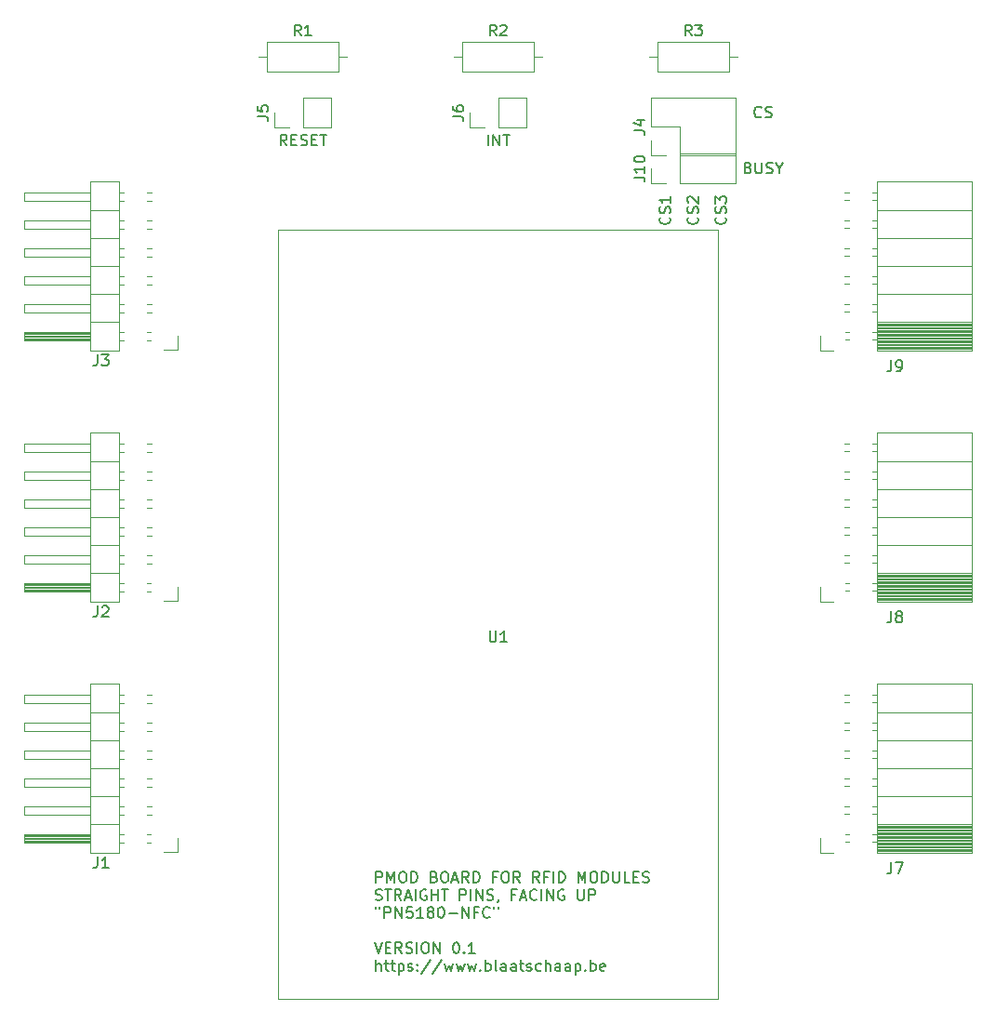
<source format=gbr>
%TF.GenerationSoftware,KiCad,Pcbnew,(6.0.1)*%
%TF.CreationDate,2022-02-11T12:09:14+01:00*%
%TF.ProjectId,pn5180_board,706e3531-3830-45f6-926f-6172642e6b69,rev?*%
%TF.SameCoordinates,Original*%
%TF.FileFunction,Legend,Top*%
%TF.FilePolarity,Positive*%
%FSLAX46Y46*%
G04 Gerber Fmt 4.6, Leading zero omitted, Abs format (unit mm)*
G04 Created by KiCad (PCBNEW (6.0.1)) date 2022-02-11 12:09:14*
%MOMM*%
%LPD*%
G01*
G04 APERTURE LIST*
%ADD10C,0.150000*%
%ADD11C,0.120000*%
G04 APERTURE END LIST*
D10*
X82885595Y-123427380D02*
X82885595Y-122427380D01*
X83266547Y-122427380D01*
X83361785Y-122475000D01*
X83409404Y-122522619D01*
X83457023Y-122617857D01*
X83457023Y-122760714D01*
X83409404Y-122855952D01*
X83361785Y-122903571D01*
X83266547Y-122951190D01*
X82885595Y-122951190D01*
X83885595Y-123427380D02*
X83885595Y-122427380D01*
X84218928Y-123141666D01*
X84552261Y-122427380D01*
X84552261Y-123427380D01*
X85218928Y-122427380D02*
X85409404Y-122427380D01*
X85504642Y-122475000D01*
X85599880Y-122570238D01*
X85647500Y-122760714D01*
X85647500Y-123094047D01*
X85599880Y-123284523D01*
X85504642Y-123379761D01*
X85409404Y-123427380D01*
X85218928Y-123427380D01*
X85123690Y-123379761D01*
X85028452Y-123284523D01*
X84980833Y-123094047D01*
X84980833Y-122760714D01*
X85028452Y-122570238D01*
X85123690Y-122475000D01*
X85218928Y-122427380D01*
X86076071Y-123427380D02*
X86076071Y-122427380D01*
X86314166Y-122427380D01*
X86457023Y-122475000D01*
X86552261Y-122570238D01*
X86599880Y-122665476D01*
X86647500Y-122855952D01*
X86647500Y-122998809D01*
X86599880Y-123189285D01*
X86552261Y-123284523D01*
X86457023Y-123379761D01*
X86314166Y-123427380D01*
X86076071Y-123427380D01*
X88171309Y-122903571D02*
X88314166Y-122951190D01*
X88361785Y-122998809D01*
X88409404Y-123094047D01*
X88409404Y-123236904D01*
X88361785Y-123332142D01*
X88314166Y-123379761D01*
X88218928Y-123427380D01*
X87837976Y-123427380D01*
X87837976Y-122427380D01*
X88171309Y-122427380D01*
X88266547Y-122475000D01*
X88314166Y-122522619D01*
X88361785Y-122617857D01*
X88361785Y-122713095D01*
X88314166Y-122808333D01*
X88266547Y-122855952D01*
X88171309Y-122903571D01*
X87837976Y-122903571D01*
X89028452Y-122427380D02*
X89218928Y-122427380D01*
X89314166Y-122475000D01*
X89409404Y-122570238D01*
X89457023Y-122760714D01*
X89457023Y-123094047D01*
X89409404Y-123284523D01*
X89314166Y-123379761D01*
X89218928Y-123427380D01*
X89028452Y-123427380D01*
X88933214Y-123379761D01*
X88837976Y-123284523D01*
X88790357Y-123094047D01*
X88790357Y-122760714D01*
X88837976Y-122570238D01*
X88933214Y-122475000D01*
X89028452Y-122427380D01*
X89837976Y-123141666D02*
X90314166Y-123141666D01*
X89742738Y-123427380D02*
X90076071Y-122427380D01*
X90409404Y-123427380D01*
X91314166Y-123427380D02*
X90980833Y-122951190D01*
X90742738Y-123427380D02*
X90742738Y-122427380D01*
X91123690Y-122427380D01*
X91218928Y-122475000D01*
X91266547Y-122522619D01*
X91314166Y-122617857D01*
X91314166Y-122760714D01*
X91266547Y-122855952D01*
X91218928Y-122903571D01*
X91123690Y-122951190D01*
X90742738Y-122951190D01*
X91742738Y-123427380D02*
X91742738Y-122427380D01*
X91980833Y-122427380D01*
X92123690Y-122475000D01*
X92218928Y-122570238D01*
X92266547Y-122665476D01*
X92314166Y-122855952D01*
X92314166Y-122998809D01*
X92266547Y-123189285D01*
X92218928Y-123284523D01*
X92123690Y-123379761D01*
X91980833Y-123427380D01*
X91742738Y-123427380D01*
X93837976Y-122903571D02*
X93504642Y-122903571D01*
X93504642Y-123427380D02*
X93504642Y-122427380D01*
X93980833Y-122427380D01*
X94552261Y-122427380D02*
X94742738Y-122427380D01*
X94837976Y-122475000D01*
X94933214Y-122570238D01*
X94980833Y-122760714D01*
X94980833Y-123094047D01*
X94933214Y-123284523D01*
X94837976Y-123379761D01*
X94742738Y-123427380D01*
X94552261Y-123427380D01*
X94457023Y-123379761D01*
X94361785Y-123284523D01*
X94314166Y-123094047D01*
X94314166Y-122760714D01*
X94361785Y-122570238D01*
X94457023Y-122475000D01*
X94552261Y-122427380D01*
X95980833Y-123427380D02*
X95647500Y-122951190D01*
X95409404Y-123427380D02*
X95409404Y-122427380D01*
X95790357Y-122427380D01*
X95885595Y-122475000D01*
X95933214Y-122522619D01*
X95980833Y-122617857D01*
X95980833Y-122760714D01*
X95933214Y-122855952D01*
X95885595Y-122903571D01*
X95790357Y-122951190D01*
X95409404Y-122951190D01*
X97742738Y-123427380D02*
X97409404Y-122951190D01*
X97171309Y-123427380D02*
X97171309Y-122427380D01*
X97552261Y-122427380D01*
X97647500Y-122475000D01*
X97695119Y-122522619D01*
X97742738Y-122617857D01*
X97742738Y-122760714D01*
X97695119Y-122855952D01*
X97647500Y-122903571D01*
X97552261Y-122951190D01*
X97171309Y-122951190D01*
X98504642Y-122903571D02*
X98171309Y-122903571D01*
X98171309Y-123427380D02*
X98171309Y-122427380D01*
X98647500Y-122427380D01*
X99028452Y-123427380D02*
X99028452Y-122427380D01*
X99504642Y-123427380D02*
X99504642Y-122427380D01*
X99742738Y-122427380D01*
X99885595Y-122475000D01*
X99980833Y-122570238D01*
X100028452Y-122665476D01*
X100076071Y-122855952D01*
X100076071Y-122998809D01*
X100028452Y-123189285D01*
X99980833Y-123284523D01*
X99885595Y-123379761D01*
X99742738Y-123427380D01*
X99504642Y-123427380D01*
X101266547Y-123427380D02*
X101266547Y-122427380D01*
X101599880Y-123141666D01*
X101933214Y-122427380D01*
X101933214Y-123427380D01*
X102599880Y-122427380D02*
X102790357Y-122427380D01*
X102885595Y-122475000D01*
X102980833Y-122570238D01*
X103028452Y-122760714D01*
X103028452Y-123094047D01*
X102980833Y-123284523D01*
X102885595Y-123379761D01*
X102790357Y-123427380D01*
X102599880Y-123427380D01*
X102504642Y-123379761D01*
X102409404Y-123284523D01*
X102361785Y-123094047D01*
X102361785Y-122760714D01*
X102409404Y-122570238D01*
X102504642Y-122475000D01*
X102599880Y-122427380D01*
X103457023Y-123427380D02*
X103457023Y-122427380D01*
X103695119Y-122427380D01*
X103837976Y-122475000D01*
X103933214Y-122570238D01*
X103980833Y-122665476D01*
X104028452Y-122855952D01*
X104028452Y-122998809D01*
X103980833Y-123189285D01*
X103933214Y-123284523D01*
X103837976Y-123379761D01*
X103695119Y-123427380D01*
X103457023Y-123427380D01*
X104457023Y-122427380D02*
X104457023Y-123236904D01*
X104504642Y-123332142D01*
X104552261Y-123379761D01*
X104647500Y-123427380D01*
X104837976Y-123427380D01*
X104933214Y-123379761D01*
X104980833Y-123332142D01*
X105028452Y-123236904D01*
X105028452Y-122427380D01*
X105980833Y-123427380D02*
X105504642Y-123427380D01*
X105504642Y-122427380D01*
X106314166Y-122903571D02*
X106647500Y-122903571D01*
X106790357Y-123427380D02*
X106314166Y-123427380D01*
X106314166Y-122427380D01*
X106790357Y-122427380D01*
X107171309Y-123379761D02*
X107314166Y-123427380D01*
X107552261Y-123427380D01*
X107647500Y-123379761D01*
X107695119Y-123332142D01*
X107742738Y-123236904D01*
X107742738Y-123141666D01*
X107695119Y-123046428D01*
X107647500Y-122998809D01*
X107552261Y-122951190D01*
X107361785Y-122903571D01*
X107266547Y-122855952D01*
X107218928Y-122808333D01*
X107171309Y-122713095D01*
X107171309Y-122617857D01*
X107218928Y-122522619D01*
X107266547Y-122475000D01*
X107361785Y-122427380D01*
X107599880Y-122427380D01*
X107742738Y-122475000D01*
X82837976Y-124989761D02*
X82980833Y-125037380D01*
X83218928Y-125037380D01*
X83314166Y-124989761D01*
X83361785Y-124942142D01*
X83409404Y-124846904D01*
X83409404Y-124751666D01*
X83361785Y-124656428D01*
X83314166Y-124608809D01*
X83218928Y-124561190D01*
X83028452Y-124513571D01*
X82933214Y-124465952D01*
X82885595Y-124418333D01*
X82837976Y-124323095D01*
X82837976Y-124227857D01*
X82885595Y-124132619D01*
X82933214Y-124085000D01*
X83028452Y-124037380D01*
X83266547Y-124037380D01*
X83409404Y-124085000D01*
X83695119Y-124037380D02*
X84266547Y-124037380D01*
X83980833Y-125037380D02*
X83980833Y-124037380D01*
X85171309Y-125037380D02*
X84837976Y-124561190D01*
X84599880Y-125037380D02*
X84599880Y-124037380D01*
X84980833Y-124037380D01*
X85076071Y-124085000D01*
X85123690Y-124132619D01*
X85171309Y-124227857D01*
X85171309Y-124370714D01*
X85123690Y-124465952D01*
X85076071Y-124513571D01*
X84980833Y-124561190D01*
X84599880Y-124561190D01*
X85552261Y-124751666D02*
X86028452Y-124751666D01*
X85457023Y-125037380D02*
X85790357Y-124037380D01*
X86123690Y-125037380D01*
X86457023Y-125037380D02*
X86457023Y-124037380D01*
X87457023Y-124085000D02*
X87361785Y-124037380D01*
X87218928Y-124037380D01*
X87076071Y-124085000D01*
X86980833Y-124180238D01*
X86933214Y-124275476D01*
X86885595Y-124465952D01*
X86885595Y-124608809D01*
X86933214Y-124799285D01*
X86980833Y-124894523D01*
X87076071Y-124989761D01*
X87218928Y-125037380D01*
X87314166Y-125037380D01*
X87457023Y-124989761D01*
X87504642Y-124942142D01*
X87504642Y-124608809D01*
X87314166Y-124608809D01*
X87933214Y-125037380D02*
X87933214Y-124037380D01*
X87933214Y-124513571D02*
X88504642Y-124513571D01*
X88504642Y-125037380D02*
X88504642Y-124037380D01*
X88837976Y-124037380D02*
X89409404Y-124037380D01*
X89123690Y-125037380D02*
X89123690Y-124037380D01*
X90504642Y-125037380D02*
X90504642Y-124037380D01*
X90885595Y-124037380D01*
X90980833Y-124085000D01*
X91028452Y-124132619D01*
X91076071Y-124227857D01*
X91076071Y-124370714D01*
X91028452Y-124465952D01*
X90980833Y-124513571D01*
X90885595Y-124561190D01*
X90504642Y-124561190D01*
X91504642Y-125037380D02*
X91504642Y-124037380D01*
X91980833Y-125037380D02*
X91980833Y-124037380D01*
X92552261Y-125037380D01*
X92552261Y-124037380D01*
X92980833Y-124989761D02*
X93123690Y-125037380D01*
X93361785Y-125037380D01*
X93457023Y-124989761D01*
X93504642Y-124942142D01*
X93552261Y-124846904D01*
X93552261Y-124751666D01*
X93504642Y-124656428D01*
X93457023Y-124608809D01*
X93361785Y-124561190D01*
X93171309Y-124513571D01*
X93076071Y-124465952D01*
X93028452Y-124418333D01*
X92980833Y-124323095D01*
X92980833Y-124227857D01*
X93028452Y-124132619D01*
X93076071Y-124085000D01*
X93171309Y-124037380D01*
X93409404Y-124037380D01*
X93552261Y-124085000D01*
X94028452Y-124989761D02*
X94028452Y-125037380D01*
X93980833Y-125132619D01*
X93933214Y-125180238D01*
X95552261Y-124513571D02*
X95218928Y-124513571D01*
X95218928Y-125037380D02*
X95218928Y-124037380D01*
X95695119Y-124037380D01*
X96028452Y-124751666D02*
X96504642Y-124751666D01*
X95933214Y-125037380D02*
X96266547Y-124037380D01*
X96599880Y-125037380D01*
X97504642Y-124942142D02*
X97457023Y-124989761D01*
X97314166Y-125037380D01*
X97218928Y-125037380D01*
X97076071Y-124989761D01*
X96980833Y-124894523D01*
X96933214Y-124799285D01*
X96885595Y-124608809D01*
X96885595Y-124465952D01*
X96933214Y-124275476D01*
X96980833Y-124180238D01*
X97076071Y-124085000D01*
X97218928Y-124037380D01*
X97314166Y-124037380D01*
X97457023Y-124085000D01*
X97504642Y-124132619D01*
X97933214Y-125037380D02*
X97933214Y-124037380D01*
X98409404Y-125037380D02*
X98409404Y-124037380D01*
X98980833Y-125037380D01*
X98980833Y-124037380D01*
X99980833Y-124085000D02*
X99885595Y-124037380D01*
X99742738Y-124037380D01*
X99599880Y-124085000D01*
X99504642Y-124180238D01*
X99457023Y-124275476D01*
X99409404Y-124465952D01*
X99409404Y-124608809D01*
X99457023Y-124799285D01*
X99504642Y-124894523D01*
X99599880Y-124989761D01*
X99742738Y-125037380D01*
X99837976Y-125037380D01*
X99980833Y-124989761D01*
X100028452Y-124942142D01*
X100028452Y-124608809D01*
X99837976Y-124608809D01*
X101218928Y-124037380D02*
X101218928Y-124846904D01*
X101266547Y-124942142D01*
X101314166Y-124989761D01*
X101409404Y-125037380D01*
X101599880Y-125037380D01*
X101695119Y-124989761D01*
X101742738Y-124942142D01*
X101790357Y-124846904D01*
X101790357Y-124037380D01*
X102266547Y-125037380D02*
X102266547Y-124037380D01*
X102647500Y-124037380D01*
X102742738Y-124085000D01*
X102790357Y-124132619D01*
X102837976Y-124227857D01*
X102837976Y-124370714D01*
X102790357Y-124465952D01*
X102742738Y-124513571D01*
X102647500Y-124561190D01*
X102266547Y-124561190D01*
X82837976Y-125647380D02*
X82837976Y-125837857D01*
X83218928Y-125647380D02*
X83218928Y-125837857D01*
X83647500Y-126647380D02*
X83647500Y-125647380D01*
X84028452Y-125647380D01*
X84123690Y-125695000D01*
X84171309Y-125742619D01*
X84218928Y-125837857D01*
X84218928Y-125980714D01*
X84171309Y-126075952D01*
X84123690Y-126123571D01*
X84028452Y-126171190D01*
X83647500Y-126171190D01*
X84647500Y-126647380D02*
X84647500Y-125647380D01*
X85218928Y-126647380D01*
X85218928Y-125647380D01*
X86171309Y-125647380D02*
X85695119Y-125647380D01*
X85647500Y-126123571D01*
X85695119Y-126075952D01*
X85790357Y-126028333D01*
X86028452Y-126028333D01*
X86123690Y-126075952D01*
X86171309Y-126123571D01*
X86218928Y-126218809D01*
X86218928Y-126456904D01*
X86171309Y-126552142D01*
X86123690Y-126599761D01*
X86028452Y-126647380D01*
X85790357Y-126647380D01*
X85695119Y-126599761D01*
X85647500Y-126552142D01*
X87171309Y-126647380D02*
X86599880Y-126647380D01*
X86885595Y-126647380D02*
X86885595Y-125647380D01*
X86790357Y-125790238D01*
X86695119Y-125885476D01*
X86599880Y-125933095D01*
X87742738Y-126075952D02*
X87647500Y-126028333D01*
X87599880Y-125980714D01*
X87552261Y-125885476D01*
X87552261Y-125837857D01*
X87599880Y-125742619D01*
X87647500Y-125695000D01*
X87742738Y-125647380D01*
X87933214Y-125647380D01*
X88028452Y-125695000D01*
X88076071Y-125742619D01*
X88123690Y-125837857D01*
X88123690Y-125885476D01*
X88076071Y-125980714D01*
X88028452Y-126028333D01*
X87933214Y-126075952D01*
X87742738Y-126075952D01*
X87647500Y-126123571D01*
X87599880Y-126171190D01*
X87552261Y-126266428D01*
X87552261Y-126456904D01*
X87599880Y-126552142D01*
X87647500Y-126599761D01*
X87742738Y-126647380D01*
X87933214Y-126647380D01*
X88028452Y-126599761D01*
X88076071Y-126552142D01*
X88123690Y-126456904D01*
X88123690Y-126266428D01*
X88076071Y-126171190D01*
X88028452Y-126123571D01*
X87933214Y-126075952D01*
X88742738Y-125647380D02*
X88837976Y-125647380D01*
X88933214Y-125695000D01*
X88980833Y-125742619D01*
X89028452Y-125837857D01*
X89076071Y-126028333D01*
X89076071Y-126266428D01*
X89028452Y-126456904D01*
X88980833Y-126552142D01*
X88933214Y-126599761D01*
X88837976Y-126647380D01*
X88742738Y-126647380D01*
X88647500Y-126599761D01*
X88599880Y-126552142D01*
X88552261Y-126456904D01*
X88504642Y-126266428D01*
X88504642Y-126028333D01*
X88552261Y-125837857D01*
X88599880Y-125742619D01*
X88647500Y-125695000D01*
X88742738Y-125647380D01*
X89504642Y-126266428D02*
X90266547Y-126266428D01*
X90742738Y-126647380D02*
X90742738Y-125647380D01*
X91314166Y-126647380D01*
X91314166Y-125647380D01*
X92123690Y-126123571D02*
X91790357Y-126123571D01*
X91790357Y-126647380D02*
X91790357Y-125647380D01*
X92266547Y-125647380D01*
X93218928Y-126552142D02*
X93171309Y-126599761D01*
X93028452Y-126647380D01*
X92933214Y-126647380D01*
X92790357Y-126599761D01*
X92695119Y-126504523D01*
X92647500Y-126409285D01*
X92599880Y-126218809D01*
X92599880Y-126075952D01*
X92647500Y-125885476D01*
X92695119Y-125790238D01*
X92790357Y-125695000D01*
X92933214Y-125647380D01*
X93028452Y-125647380D01*
X93171309Y-125695000D01*
X93218928Y-125742619D01*
X93599880Y-125647380D02*
X93599880Y-125837857D01*
X93980833Y-125647380D02*
X93980833Y-125837857D01*
X82742738Y-128867380D02*
X83076071Y-129867380D01*
X83409404Y-128867380D01*
X83742738Y-129343571D02*
X84076071Y-129343571D01*
X84218928Y-129867380D02*
X83742738Y-129867380D01*
X83742738Y-128867380D01*
X84218928Y-128867380D01*
X85218928Y-129867380D02*
X84885595Y-129391190D01*
X84647500Y-129867380D02*
X84647500Y-128867380D01*
X85028452Y-128867380D01*
X85123690Y-128915000D01*
X85171309Y-128962619D01*
X85218928Y-129057857D01*
X85218928Y-129200714D01*
X85171309Y-129295952D01*
X85123690Y-129343571D01*
X85028452Y-129391190D01*
X84647500Y-129391190D01*
X85599880Y-129819761D02*
X85742738Y-129867380D01*
X85980833Y-129867380D01*
X86076071Y-129819761D01*
X86123690Y-129772142D01*
X86171309Y-129676904D01*
X86171309Y-129581666D01*
X86123690Y-129486428D01*
X86076071Y-129438809D01*
X85980833Y-129391190D01*
X85790357Y-129343571D01*
X85695119Y-129295952D01*
X85647500Y-129248333D01*
X85599880Y-129153095D01*
X85599880Y-129057857D01*
X85647500Y-128962619D01*
X85695119Y-128915000D01*
X85790357Y-128867380D01*
X86028452Y-128867380D01*
X86171309Y-128915000D01*
X86599880Y-129867380D02*
X86599880Y-128867380D01*
X87266547Y-128867380D02*
X87457023Y-128867380D01*
X87552261Y-128915000D01*
X87647500Y-129010238D01*
X87695119Y-129200714D01*
X87695119Y-129534047D01*
X87647500Y-129724523D01*
X87552261Y-129819761D01*
X87457023Y-129867380D01*
X87266547Y-129867380D01*
X87171309Y-129819761D01*
X87076071Y-129724523D01*
X87028452Y-129534047D01*
X87028452Y-129200714D01*
X87076071Y-129010238D01*
X87171309Y-128915000D01*
X87266547Y-128867380D01*
X88123690Y-129867380D02*
X88123690Y-128867380D01*
X88695119Y-129867380D01*
X88695119Y-128867380D01*
X90123690Y-128867380D02*
X90218928Y-128867380D01*
X90314166Y-128915000D01*
X90361785Y-128962619D01*
X90409404Y-129057857D01*
X90457023Y-129248333D01*
X90457023Y-129486428D01*
X90409404Y-129676904D01*
X90361785Y-129772142D01*
X90314166Y-129819761D01*
X90218928Y-129867380D01*
X90123690Y-129867380D01*
X90028452Y-129819761D01*
X89980833Y-129772142D01*
X89933214Y-129676904D01*
X89885595Y-129486428D01*
X89885595Y-129248333D01*
X89933214Y-129057857D01*
X89980833Y-128962619D01*
X90028452Y-128915000D01*
X90123690Y-128867380D01*
X90885595Y-129772142D02*
X90933214Y-129819761D01*
X90885595Y-129867380D01*
X90837976Y-129819761D01*
X90885595Y-129772142D01*
X90885595Y-129867380D01*
X91885595Y-129867380D02*
X91314166Y-129867380D01*
X91599880Y-129867380D02*
X91599880Y-128867380D01*
X91504642Y-129010238D01*
X91409404Y-129105476D01*
X91314166Y-129153095D01*
X82885595Y-131477380D02*
X82885595Y-130477380D01*
X83314166Y-131477380D02*
X83314166Y-130953571D01*
X83266547Y-130858333D01*
X83171309Y-130810714D01*
X83028452Y-130810714D01*
X82933214Y-130858333D01*
X82885595Y-130905952D01*
X83647500Y-130810714D02*
X84028452Y-130810714D01*
X83790357Y-130477380D02*
X83790357Y-131334523D01*
X83837976Y-131429761D01*
X83933214Y-131477380D01*
X84028452Y-131477380D01*
X84218928Y-130810714D02*
X84599880Y-130810714D01*
X84361785Y-130477380D02*
X84361785Y-131334523D01*
X84409404Y-131429761D01*
X84504642Y-131477380D01*
X84599880Y-131477380D01*
X84933214Y-130810714D02*
X84933214Y-131810714D01*
X84933214Y-130858333D02*
X85028452Y-130810714D01*
X85218928Y-130810714D01*
X85314166Y-130858333D01*
X85361785Y-130905952D01*
X85409404Y-131001190D01*
X85409404Y-131286904D01*
X85361785Y-131382142D01*
X85314166Y-131429761D01*
X85218928Y-131477380D01*
X85028452Y-131477380D01*
X84933214Y-131429761D01*
X85790357Y-131429761D02*
X85885595Y-131477380D01*
X86076071Y-131477380D01*
X86171309Y-131429761D01*
X86218928Y-131334523D01*
X86218928Y-131286904D01*
X86171309Y-131191666D01*
X86076071Y-131144047D01*
X85933214Y-131144047D01*
X85837976Y-131096428D01*
X85790357Y-131001190D01*
X85790357Y-130953571D01*
X85837976Y-130858333D01*
X85933214Y-130810714D01*
X86076071Y-130810714D01*
X86171309Y-130858333D01*
X86647500Y-131382142D02*
X86695119Y-131429761D01*
X86647500Y-131477380D01*
X86599880Y-131429761D01*
X86647500Y-131382142D01*
X86647500Y-131477380D01*
X86647500Y-130858333D02*
X86695119Y-130905952D01*
X86647500Y-130953571D01*
X86599880Y-130905952D01*
X86647500Y-130858333D01*
X86647500Y-130953571D01*
X87837976Y-130429761D02*
X86980833Y-131715476D01*
X88885595Y-130429761D02*
X88028452Y-131715476D01*
X89123690Y-130810714D02*
X89314166Y-131477380D01*
X89504642Y-131001190D01*
X89695119Y-131477380D01*
X89885595Y-130810714D01*
X90171309Y-130810714D02*
X90361785Y-131477380D01*
X90552261Y-131001190D01*
X90742738Y-131477380D01*
X90933214Y-130810714D01*
X91218928Y-130810714D02*
X91409404Y-131477380D01*
X91599880Y-131001190D01*
X91790357Y-131477380D01*
X91980833Y-130810714D01*
X92361785Y-131382142D02*
X92409404Y-131429761D01*
X92361785Y-131477380D01*
X92314166Y-131429761D01*
X92361785Y-131382142D01*
X92361785Y-131477380D01*
X92837976Y-131477380D02*
X92837976Y-130477380D01*
X92837976Y-130858333D02*
X92933214Y-130810714D01*
X93123690Y-130810714D01*
X93218928Y-130858333D01*
X93266547Y-130905952D01*
X93314166Y-131001190D01*
X93314166Y-131286904D01*
X93266547Y-131382142D01*
X93218928Y-131429761D01*
X93123690Y-131477380D01*
X92933214Y-131477380D01*
X92837976Y-131429761D01*
X93885595Y-131477380D02*
X93790357Y-131429761D01*
X93742738Y-131334523D01*
X93742738Y-130477380D01*
X94695119Y-131477380D02*
X94695119Y-130953571D01*
X94647500Y-130858333D01*
X94552261Y-130810714D01*
X94361785Y-130810714D01*
X94266547Y-130858333D01*
X94695119Y-131429761D02*
X94599880Y-131477380D01*
X94361785Y-131477380D01*
X94266547Y-131429761D01*
X94218928Y-131334523D01*
X94218928Y-131239285D01*
X94266547Y-131144047D01*
X94361785Y-131096428D01*
X94599880Y-131096428D01*
X94695119Y-131048809D01*
X95599880Y-131477380D02*
X95599880Y-130953571D01*
X95552261Y-130858333D01*
X95457023Y-130810714D01*
X95266547Y-130810714D01*
X95171309Y-130858333D01*
X95599880Y-131429761D02*
X95504642Y-131477380D01*
X95266547Y-131477380D01*
X95171309Y-131429761D01*
X95123690Y-131334523D01*
X95123690Y-131239285D01*
X95171309Y-131144047D01*
X95266547Y-131096428D01*
X95504642Y-131096428D01*
X95599880Y-131048809D01*
X95933214Y-130810714D02*
X96314166Y-130810714D01*
X96076071Y-130477380D02*
X96076071Y-131334523D01*
X96123690Y-131429761D01*
X96218928Y-131477380D01*
X96314166Y-131477380D01*
X96599880Y-131429761D02*
X96695119Y-131477380D01*
X96885595Y-131477380D01*
X96980833Y-131429761D01*
X97028452Y-131334523D01*
X97028452Y-131286904D01*
X96980833Y-131191666D01*
X96885595Y-131144047D01*
X96742738Y-131144047D01*
X96647500Y-131096428D01*
X96599880Y-131001190D01*
X96599880Y-130953571D01*
X96647500Y-130858333D01*
X96742738Y-130810714D01*
X96885595Y-130810714D01*
X96980833Y-130858333D01*
X97885595Y-131429761D02*
X97790357Y-131477380D01*
X97599880Y-131477380D01*
X97504642Y-131429761D01*
X97457023Y-131382142D01*
X97409404Y-131286904D01*
X97409404Y-131001190D01*
X97457023Y-130905952D01*
X97504642Y-130858333D01*
X97599880Y-130810714D01*
X97790357Y-130810714D01*
X97885595Y-130858333D01*
X98314166Y-131477380D02*
X98314166Y-130477380D01*
X98742738Y-131477380D02*
X98742738Y-130953571D01*
X98695119Y-130858333D01*
X98599880Y-130810714D01*
X98457023Y-130810714D01*
X98361785Y-130858333D01*
X98314166Y-130905952D01*
X99647500Y-131477380D02*
X99647500Y-130953571D01*
X99599880Y-130858333D01*
X99504642Y-130810714D01*
X99314166Y-130810714D01*
X99218928Y-130858333D01*
X99647500Y-131429761D02*
X99552261Y-131477380D01*
X99314166Y-131477380D01*
X99218928Y-131429761D01*
X99171309Y-131334523D01*
X99171309Y-131239285D01*
X99218928Y-131144047D01*
X99314166Y-131096428D01*
X99552261Y-131096428D01*
X99647500Y-131048809D01*
X100552261Y-131477380D02*
X100552261Y-130953571D01*
X100504642Y-130858333D01*
X100409404Y-130810714D01*
X100218928Y-130810714D01*
X100123690Y-130858333D01*
X100552261Y-131429761D02*
X100457023Y-131477380D01*
X100218928Y-131477380D01*
X100123690Y-131429761D01*
X100076071Y-131334523D01*
X100076071Y-131239285D01*
X100123690Y-131144047D01*
X100218928Y-131096428D01*
X100457023Y-131096428D01*
X100552261Y-131048809D01*
X101028452Y-130810714D02*
X101028452Y-131810714D01*
X101028452Y-130858333D02*
X101123690Y-130810714D01*
X101314166Y-130810714D01*
X101409404Y-130858333D01*
X101457023Y-130905952D01*
X101504642Y-131001190D01*
X101504642Y-131286904D01*
X101457023Y-131382142D01*
X101409404Y-131429761D01*
X101314166Y-131477380D01*
X101123690Y-131477380D01*
X101028452Y-131429761D01*
X101933214Y-131382142D02*
X101980833Y-131429761D01*
X101933214Y-131477380D01*
X101885595Y-131429761D01*
X101933214Y-131382142D01*
X101933214Y-131477380D01*
X102409404Y-131477380D02*
X102409404Y-130477380D01*
X102409404Y-130858333D02*
X102504642Y-130810714D01*
X102695119Y-130810714D01*
X102790357Y-130858333D01*
X102837976Y-130905952D01*
X102885595Y-131001190D01*
X102885595Y-131286904D01*
X102837976Y-131382142D01*
X102790357Y-131429761D01*
X102695119Y-131477380D01*
X102504642Y-131477380D01*
X102409404Y-131429761D01*
X103695119Y-131429761D02*
X103599880Y-131477380D01*
X103409404Y-131477380D01*
X103314166Y-131429761D01*
X103266547Y-131334523D01*
X103266547Y-130953571D01*
X103314166Y-130858333D01*
X103409404Y-130810714D01*
X103599880Y-130810714D01*
X103695119Y-130858333D01*
X103742738Y-130953571D01*
X103742738Y-131048809D01*
X103266547Y-131144047D01*
X117943333Y-53697142D02*
X117895714Y-53744761D01*
X117752857Y-53792380D01*
X117657619Y-53792380D01*
X117514761Y-53744761D01*
X117419523Y-53649523D01*
X117371904Y-53554285D01*
X117324285Y-53363809D01*
X117324285Y-53220952D01*
X117371904Y-53030476D01*
X117419523Y-52935238D01*
X117514761Y-52840000D01*
X117657619Y-52792380D01*
X117752857Y-52792380D01*
X117895714Y-52840000D01*
X117943333Y-52887619D01*
X118324285Y-53744761D02*
X118467142Y-53792380D01*
X118705238Y-53792380D01*
X118800476Y-53744761D01*
X118848095Y-53697142D01*
X118895714Y-53601904D01*
X118895714Y-53506666D01*
X118848095Y-53411428D01*
X118800476Y-53363809D01*
X118705238Y-53316190D01*
X118514761Y-53268571D01*
X118419523Y-53220952D01*
X118371904Y-53173333D01*
X118324285Y-53078095D01*
X118324285Y-52982857D01*
X118371904Y-52887619D01*
X118419523Y-52840000D01*
X118514761Y-52792380D01*
X118752857Y-52792380D01*
X118895714Y-52840000D01*
X93075238Y-56332380D02*
X93075238Y-55332380D01*
X93551428Y-56332380D02*
X93551428Y-55332380D01*
X94122857Y-56332380D01*
X94122857Y-55332380D01*
X94456190Y-55332380D02*
X95027619Y-55332380D01*
X94741904Y-56332380D02*
X94741904Y-55332380D01*
X112117142Y-62872857D02*
X112164761Y-62920476D01*
X112212380Y-63063333D01*
X112212380Y-63158571D01*
X112164761Y-63301428D01*
X112069523Y-63396666D01*
X111974285Y-63444285D01*
X111783809Y-63491904D01*
X111640952Y-63491904D01*
X111450476Y-63444285D01*
X111355238Y-63396666D01*
X111260000Y-63301428D01*
X111212380Y-63158571D01*
X111212380Y-63063333D01*
X111260000Y-62920476D01*
X111307619Y-62872857D01*
X112164761Y-62491904D02*
X112212380Y-62349047D01*
X112212380Y-62110952D01*
X112164761Y-62015714D01*
X112117142Y-61968095D01*
X112021904Y-61920476D01*
X111926666Y-61920476D01*
X111831428Y-61968095D01*
X111783809Y-62015714D01*
X111736190Y-62110952D01*
X111688571Y-62301428D01*
X111640952Y-62396666D01*
X111593333Y-62444285D01*
X111498095Y-62491904D01*
X111402857Y-62491904D01*
X111307619Y-62444285D01*
X111260000Y-62396666D01*
X111212380Y-62301428D01*
X111212380Y-62063333D01*
X111260000Y-61920476D01*
X111307619Y-61539523D02*
X111260000Y-61491904D01*
X111212380Y-61396666D01*
X111212380Y-61158571D01*
X111260000Y-61063333D01*
X111307619Y-61015714D01*
X111402857Y-60968095D01*
X111498095Y-60968095D01*
X111640952Y-61015714D01*
X112212380Y-61587142D01*
X112212380Y-60968095D01*
X114657142Y-62872857D02*
X114704761Y-62920476D01*
X114752380Y-63063333D01*
X114752380Y-63158571D01*
X114704761Y-63301428D01*
X114609523Y-63396666D01*
X114514285Y-63444285D01*
X114323809Y-63491904D01*
X114180952Y-63491904D01*
X113990476Y-63444285D01*
X113895238Y-63396666D01*
X113800000Y-63301428D01*
X113752380Y-63158571D01*
X113752380Y-63063333D01*
X113800000Y-62920476D01*
X113847619Y-62872857D01*
X114704761Y-62491904D02*
X114752380Y-62349047D01*
X114752380Y-62110952D01*
X114704761Y-62015714D01*
X114657142Y-61968095D01*
X114561904Y-61920476D01*
X114466666Y-61920476D01*
X114371428Y-61968095D01*
X114323809Y-62015714D01*
X114276190Y-62110952D01*
X114228571Y-62301428D01*
X114180952Y-62396666D01*
X114133333Y-62444285D01*
X114038095Y-62491904D01*
X113942857Y-62491904D01*
X113847619Y-62444285D01*
X113800000Y-62396666D01*
X113752380Y-62301428D01*
X113752380Y-62063333D01*
X113800000Y-61920476D01*
X113752380Y-61587142D02*
X113752380Y-60968095D01*
X114133333Y-61301428D01*
X114133333Y-61158571D01*
X114180952Y-61063333D01*
X114228571Y-61015714D01*
X114323809Y-60968095D01*
X114561904Y-60968095D01*
X114657142Y-61015714D01*
X114704761Y-61063333D01*
X114752380Y-61158571D01*
X114752380Y-61444285D01*
X114704761Y-61539523D01*
X114657142Y-61587142D01*
X116752857Y-58348571D02*
X116895714Y-58396190D01*
X116943333Y-58443809D01*
X116990952Y-58539047D01*
X116990952Y-58681904D01*
X116943333Y-58777142D01*
X116895714Y-58824761D01*
X116800476Y-58872380D01*
X116419523Y-58872380D01*
X116419523Y-57872380D01*
X116752857Y-57872380D01*
X116848095Y-57920000D01*
X116895714Y-57967619D01*
X116943333Y-58062857D01*
X116943333Y-58158095D01*
X116895714Y-58253333D01*
X116848095Y-58300952D01*
X116752857Y-58348571D01*
X116419523Y-58348571D01*
X117419523Y-57872380D02*
X117419523Y-58681904D01*
X117467142Y-58777142D01*
X117514761Y-58824761D01*
X117610000Y-58872380D01*
X117800476Y-58872380D01*
X117895714Y-58824761D01*
X117943333Y-58777142D01*
X117990952Y-58681904D01*
X117990952Y-57872380D01*
X118419523Y-58824761D02*
X118562380Y-58872380D01*
X118800476Y-58872380D01*
X118895714Y-58824761D01*
X118943333Y-58777142D01*
X118990952Y-58681904D01*
X118990952Y-58586666D01*
X118943333Y-58491428D01*
X118895714Y-58443809D01*
X118800476Y-58396190D01*
X118610000Y-58348571D01*
X118514761Y-58300952D01*
X118467142Y-58253333D01*
X118419523Y-58158095D01*
X118419523Y-58062857D01*
X118467142Y-57967619D01*
X118514761Y-57920000D01*
X118610000Y-57872380D01*
X118848095Y-57872380D01*
X118990952Y-57920000D01*
X119610000Y-58396190D02*
X119610000Y-58872380D01*
X119276666Y-57872380D02*
X119610000Y-58396190D01*
X119943333Y-57872380D01*
X109577142Y-62872857D02*
X109624761Y-62920476D01*
X109672380Y-63063333D01*
X109672380Y-63158571D01*
X109624761Y-63301428D01*
X109529523Y-63396666D01*
X109434285Y-63444285D01*
X109243809Y-63491904D01*
X109100952Y-63491904D01*
X108910476Y-63444285D01*
X108815238Y-63396666D01*
X108720000Y-63301428D01*
X108672380Y-63158571D01*
X108672380Y-63063333D01*
X108720000Y-62920476D01*
X108767619Y-62872857D01*
X109624761Y-62491904D02*
X109672380Y-62349047D01*
X109672380Y-62110952D01*
X109624761Y-62015714D01*
X109577142Y-61968095D01*
X109481904Y-61920476D01*
X109386666Y-61920476D01*
X109291428Y-61968095D01*
X109243809Y-62015714D01*
X109196190Y-62110952D01*
X109148571Y-62301428D01*
X109100952Y-62396666D01*
X109053333Y-62444285D01*
X108958095Y-62491904D01*
X108862857Y-62491904D01*
X108767619Y-62444285D01*
X108720000Y-62396666D01*
X108672380Y-62301428D01*
X108672380Y-62063333D01*
X108720000Y-61920476D01*
X109672380Y-60968095D02*
X109672380Y-61539523D01*
X109672380Y-61253809D02*
X108672380Y-61253809D01*
X108815238Y-61349047D01*
X108910476Y-61444285D01*
X108958095Y-61539523D01*
X74747619Y-56332380D02*
X74414285Y-55856190D01*
X74176190Y-56332380D02*
X74176190Y-55332380D01*
X74557142Y-55332380D01*
X74652380Y-55380000D01*
X74700000Y-55427619D01*
X74747619Y-55522857D01*
X74747619Y-55665714D01*
X74700000Y-55760952D01*
X74652380Y-55808571D01*
X74557142Y-55856190D01*
X74176190Y-55856190D01*
X75176190Y-55808571D02*
X75509523Y-55808571D01*
X75652380Y-56332380D02*
X75176190Y-56332380D01*
X75176190Y-55332380D01*
X75652380Y-55332380D01*
X76033333Y-56284761D02*
X76176190Y-56332380D01*
X76414285Y-56332380D01*
X76509523Y-56284761D01*
X76557142Y-56237142D01*
X76604761Y-56141904D01*
X76604761Y-56046666D01*
X76557142Y-55951428D01*
X76509523Y-55903809D01*
X76414285Y-55856190D01*
X76223809Y-55808571D01*
X76128571Y-55760952D01*
X76080952Y-55713333D01*
X76033333Y-55618095D01*
X76033333Y-55522857D01*
X76080952Y-55427619D01*
X76128571Y-55380000D01*
X76223809Y-55332380D01*
X76461904Y-55332380D01*
X76604761Y-55380000D01*
X77033333Y-55808571D02*
X77366666Y-55808571D01*
X77509523Y-56332380D02*
X77033333Y-56332380D01*
X77033333Y-55332380D01*
X77509523Y-55332380D01*
X77795238Y-55332380D02*
X78366666Y-55332380D01*
X78080952Y-56332380D02*
X78080952Y-55332380D01*
%TO.C,J1*%
X57511666Y-121102380D02*
X57511666Y-121816666D01*
X57464047Y-121959523D01*
X57368809Y-122054761D01*
X57225952Y-122102380D01*
X57130714Y-122102380D01*
X58511666Y-122102380D02*
X57940238Y-122102380D01*
X58225952Y-122102380D02*
X58225952Y-121102380D01*
X58130714Y-121245238D01*
X58035476Y-121340476D01*
X57940238Y-121388095D01*
%TO.C,J2*%
X57511666Y-98242380D02*
X57511666Y-98956666D01*
X57464047Y-99099523D01*
X57368809Y-99194761D01*
X57225952Y-99242380D01*
X57130714Y-99242380D01*
X57940238Y-98337619D02*
X57987857Y-98290000D01*
X58083095Y-98242380D01*
X58321190Y-98242380D01*
X58416428Y-98290000D01*
X58464047Y-98337619D01*
X58511666Y-98432857D01*
X58511666Y-98528095D01*
X58464047Y-98670952D01*
X57892619Y-99242380D01*
X58511666Y-99242380D01*
%TO.C,J3*%
X57511666Y-75382380D02*
X57511666Y-76096666D01*
X57464047Y-76239523D01*
X57368809Y-76334761D01*
X57225952Y-76382380D01*
X57130714Y-76382380D01*
X57892619Y-75382380D02*
X58511666Y-75382380D01*
X58178333Y-75763333D01*
X58321190Y-75763333D01*
X58416428Y-75810952D01*
X58464047Y-75858571D01*
X58511666Y-75953809D01*
X58511666Y-76191904D01*
X58464047Y-76287142D01*
X58416428Y-76334761D01*
X58321190Y-76382380D01*
X58035476Y-76382380D01*
X57940238Y-76334761D01*
X57892619Y-76287142D01*
%TO.C,J7*%
X129776666Y-121602380D02*
X129776666Y-122316666D01*
X129729047Y-122459523D01*
X129633809Y-122554761D01*
X129490952Y-122602380D01*
X129395714Y-122602380D01*
X130157619Y-121602380D02*
X130824285Y-121602380D01*
X130395714Y-122602380D01*
%TO.C,J8*%
X129776666Y-98742380D02*
X129776666Y-99456666D01*
X129729047Y-99599523D01*
X129633809Y-99694761D01*
X129490952Y-99742380D01*
X129395714Y-99742380D01*
X130395714Y-99170952D02*
X130300476Y-99123333D01*
X130252857Y-99075714D01*
X130205238Y-98980476D01*
X130205238Y-98932857D01*
X130252857Y-98837619D01*
X130300476Y-98790000D01*
X130395714Y-98742380D01*
X130586190Y-98742380D01*
X130681428Y-98790000D01*
X130729047Y-98837619D01*
X130776666Y-98932857D01*
X130776666Y-98980476D01*
X130729047Y-99075714D01*
X130681428Y-99123333D01*
X130586190Y-99170952D01*
X130395714Y-99170952D01*
X130300476Y-99218571D01*
X130252857Y-99266190D01*
X130205238Y-99361428D01*
X130205238Y-99551904D01*
X130252857Y-99647142D01*
X130300476Y-99694761D01*
X130395714Y-99742380D01*
X130586190Y-99742380D01*
X130681428Y-99694761D01*
X130729047Y-99647142D01*
X130776666Y-99551904D01*
X130776666Y-99361428D01*
X130729047Y-99266190D01*
X130681428Y-99218571D01*
X130586190Y-99170952D01*
%TO.C,J9*%
X129776666Y-75882380D02*
X129776666Y-76596666D01*
X129729047Y-76739523D01*
X129633809Y-76834761D01*
X129490952Y-76882380D01*
X129395714Y-76882380D01*
X130300476Y-76882380D02*
X130490952Y-76882380D01*
X130586190Y-76834761D01*
X130633809Y-76787142D01*
X130729047Y-76644285D01*
X130776666Y-76453809D01*
X130776666Y-76072857D01*
X130729047Y-75977619D01*
X130681428Y-75930000D01*
X130586190Y-75882380D01*
X130395714Y-75882380D01*
X130300476Y-75930000D01*
X130252857Y-75977619D01*
X130205238Y-76072857D01*
X130205238Y-76310952D01*
X130252857Y-76406190D01*
X130300476Y-76453809D01*
X130395714Y-76501428D01*
X130586190Y-76501428D01*
X130681428Y-76453809D01*
X130729047Y-76406190D01*
X130776666Y-76310952D01*
%TO.C,R2*%
X93813333Y-46342380D02*
X93480000Y-45866190D01*
X93241904Y-46342380D02*
X93241904Y-45342380D01*
X93622857Y-45342380D01*
X93718095Y-45390000D01*
X93765714Y-45437619D01*
X93813333Y-45532857D01*
X93813333Y-45675714D01*
X93765714Y-45770952D01*
X93718095Y-45818571D01*
X93622857Y-45866190D01*
X93241904Y-45866190D01*
X94194285Y-45437619D02*
X94241904Y-45390000D01*
X94337142Y-45342380D01*
X94575238Y-45342380D01*
X94670476Y-45390000D01*
X94718095Y-45437619D01*
X94765714Y-45532857D01*
X94765714Y-45628095D01*
X94718095Y-45770952D01*
X94146666Y-46342380D01*
X94765714Y-46342380D01*
%TO.C,R1*%
X76033333Y-46342380D02*
X75700000Y-45866190D01*
X75461904Y-46342380D02*
X75461904Y-45342380D01*
X75842857Y-45342380D01*
X75938095Y-45390000D01*
X75985714Y-45437619D01*
X76033333Y-45532857D01*
X76033333Y-45675714D01*
X75985714Y-45770952D01*
X75938095Y-45818571D01*
X75842857Y-45866190D01*
X75461904Y-45866190D01*
X76985714Y-46342380D02*
X76414285Y-46342380D01*
X76700000Y-46342380D02*
X76700000Y-45342380D01*
X76604761Y-45485238D01*
X76509523Y-45580476D01*
X76414285Y-45628095D01*
%TO.C,R3*%
X111593333Y-46342380D02*
X111260000Y-45866190D01*
X111021904Y-46342380D02*
X111021904Y-45342380D01*
X111402857Y-45342380D01*
X111498095Y-45390000D01*
X111545714Y-45437619D01*
X111593333Y-45532857D01*
X111593333Y-45675714D01*
X111545714Y-45770952D01*
X111498095Y-45818571D01*
X111402857Y-45866190D01*
X111021904Y-45866190D01*
X111926666Y-45342380D02*
X112545714Y-45342380D01*
X112212380Y-45723333D01*
X112355238Y-45723333D01*
X112450476Y-45770952D01*
X112498095Y-45818571D01*
X112545714Y-45913809D01*
X112545714Y-46151904D01*
X112498095Y-46247142D01*
X112450476Y-46294761D01*
X112355238Y-46342380D01*
X112069523Y-46342380D01*
X111974285Y-46294761D01*
X111926666Y-46247142D01*
%TO.C,U1*%
X93218095Y-100512380D02*
X93218095Y-101321904D01*
X93265714Y-101417142D01*
X93313333Y-101464761D01*
X93408571Y-101512380D01*
X93599047Y-101512380D01*
X93694285Y-101464761D01*
X93741904Y-101417142D01*
X93789523Y-101321904D01*
X93789523Y-100512380D01*
X94789523Y-101512380D02*
X94218095Y-101512380D01*
X94503809Y-101512380D02*
X94503809Y-100512380D01*
X94408571Y-100655238D01*
X94313333Y-100750476D01*
X94218095Y-100798095D01*
%TO.C,J6*%
X89832380Y-53673333D02*
X90546666Y-53673333D01*
X90689523Y-53720952D01*
X90784761Y-53816190D01*
X90832380Y-53959047D01*
X90832380Y-54054285D01*
X89832380Y-52768571D02*
X89832380Y-52959047D01*
X89880000Y-53054285D01*
X89927619Y-53101904D01*
X90070476Y-53197142D01*
X90260952Y-53244761D01*
X90641904Y-53244761D01*
X90737142Y-53197142D01*
X90784761Y-53149523D01*
X90832380Y-53054285D01*
X90832380Y-52863809D01*
X90784761Y-52768571D01*
X90737142Y-52720952D01*
X90641904Y-52673333D01*
X90403809Y-52673333D01*
X90308571Y-52720952D01*
X90260952Y-52768571D01*
X90213333Y-52863809D01*
X90213333Y-53054285D01*
X90260952Y-53149523D01*
X90308571Y-53197142D01*
X90403809Y-53244761D01*
%TO.C,J4*%
X106342380Y-54943333D02*
X107056666Y-54943333D01*
X107199523Y-54990952D01*
X107294761Y-55086190D01*
X107342380Y-55229047D01*
X107342380Y-55324285D01*
X106675714Y-54038571D02*
X107342380Y-54038571D01*
X106294761Y-54276666D02*
X107009047Y-54514761D01*
X107009047Y-53895714D01*
%TO.C,J10*%
X106342380Y-59229523D02*
X107056666Y-59229523D01*
X107199523Y-59277142D01*
X107294761Y-59372380D01*
X107342380Y-59515238D01*
X107342380Y-59610476D01*
X107342380Y-58229523D02*
X107342380Y-58800952D01*
X107342380Y-58515238D02*
X106342380Y-58515238D01*
X106485238Y-58610476D01*
X106580476Y-58705714D01*
X106628095Y-58800952D01*
X106342380Y-57610476D02*
X106342380Y-57515238D01*
X106390000Y-57420000D01*
X106437619Y-57372380D01*
X106532857Y-57324761D01*
X106723333Y-57277142D01*
X106961428Y-57277142D01*
X107151904Y-57324761D01*
X107247142Y-57372380D01*
X107294761Y-57420000D01*
X107342380Y-57515238D01*
X107342380Y-57610476D01*
X107294761Y-57705714D01*
X107247142Y-57753333D01*
X107151904Y-57800952D01*
X106961428Y-57848571D01*
X106723333Y-57848571D01*
X106532857Y-57800952D01*
X106437619Y-57753333D01*
X106390000Y-57705714D01*
X106342380Y-57610476D01*
%TO.C,J5*%
X72052380Y-53673333D02*
X72766666Y-53673333D01*
X72909523Y-53720952D01*
X73004761Y-53816190D01*
X73052380Y-53959047D01*
X73052380Y-54054285D01*
X72052380Y-52720952D02*
X72052380Y-53197142D01*
X72528571Y-53244761D01*
X72480952Y-53197142D01*
X72433333Y-53101904D01*
X72433333Y-52863809D01*
X72480952Y-52768571D01*
X72528571Y-52720952D01*
X72623809Y-52673333D01*
X72861904Y-52673333D01*
X72957142Y-52720952D01*
X73004761Y-52768571D01*
X73052380Y-52863809D01*
X73052380Y-53101904D01*
X73004761Y-53197142D01*
X72957142Y-53244761D01*
D11*
%TO.C,J1*%
X56860000Y-112140000D02*
X50860000Y-112140000D01*
X50860000Y-107060000D02*
X50860000Y-106300000D01*
X50860000Y-108840000D02*
X56860000Y-108840000D01*
X56860000Y-119340000D02*
X50860000Y-119340000D01*
X62457071Y-114680000D02*
X62002929Y-114680000D01*
X62457071Y-107060000D02*
X62002929Y-107060000D01*
X59917071Y-119760000D02*
X59520000Y-119760000D01*
X50860000Y-113920000D02*
X56860000Y-113920000D01*
X59917071Y-116460000D02*
X59520000Y-116460000D01*
X56860000Y-120710000D02*
X59520000Y-120710000D01*
X59917071Y-109600000D02*
X59520000Y-109600000D01*
X50860000Y-111380000D02*
X56860000Y-111380000D01*
X56860000Y-117220000D02*
X50860000Y-117220000D01*
X64770000Y-119380000D02*
X64770000Y-120650000D01*
X50860000Y-112140000D02*
X50860000Y-111380000D01*
X56860000Y-119460000D02*
X50860000Y-119460000D01*
X59520000Y-115570000D02*
X56860000Y-115570000D01*
X59520000Y-118110000D02*
X56860000Y-118110000D01*
X59917071Y-114680000D02*
X59520000Y-114680000D01*
X56860000Y-114680000D02*
X50860000Y-114680000D01*
X56860000Y-107060000D02*
X50860000Y-107060000D01*
X59520000Y-105350000D02*
X56860000Y-105350000D01*
X50860000Y-119000000D02*
X56860000Y-119000000D01*
X62457071Y-113920000D02*
X62002929Y-113920000D01*
X62457071Y-108840000D02*
X62002929Y-108840000D01*
X50860000Y-114680000D02*
X50860000Y-113920000D01*
X59917071Y-117220000D02*
X59520000Y-117220000D01*
X62457071Y-117220000D02*
X62002929Y-117220000D01*
X62457071Y-112140000D02*
X62002929Y-112140000D01*
X59917071Y-107060000D02*
X59520000Y-107060000D01*
X59917071Y-106300000D02*
X59520000Y-106300000D01*
X62457071Y-106300000D02*
X62002929Y-106300000D01*
X56860000Y-119760000D02*
X50860000Y-119760000D01*
X59917071Y-119000000D02*
X59520000Y-119000000D01*
X56860000Y-119580000D02*
X50860000Y-119580000D01*
X62390000Y-119000000D02*
X62002929Y-119000000D01*
X50860000Y-117220000D02*
X50860000Y-116460000D01*
X56860000Y-119220000D02*
X50860000Y-119220000D01*
X56860000Y-109600000D02*
X50860000Y-109600000D01*
X59520000Y-110490000D02*
X56860000Y-110490000D01*
X62457071Y-109600000D02*
X62002929Y-109600000D01*
X59520000Y-120710000D02*
X59520000Y-105350000D01*
X59917071Y-108840000D02*
X59520000Y-108840000D01*
X56860000Y-105350000D02*
X56860000Y-120710000D01*
X59520000Y-113030000D02*
X56860000Y-113030000D01*
X62457071Y-111380000D02*
X62002929Y-111380000D01*
X59520000Y-107950000D02*
X56860000Y-107950000D01*
X59917071Y-113920000D02*
X59520000Y-113920000D01*
X64770000Y-120650000D02*
X63500000Y-120650000D01*
X56860000Y-119700000D02*
X50860000Y-119700000D01*
X50860000Y-119760000D02*
X50860000Y-119000000D01*
X62457071Y-116460000D02*
X62002929Y-116460000D01*
X59917071Y-111380000D02*
X59520000Y-111380000D01*
X62390000Y-119760000D02*
X62002929Y-119760000D01*
X50860000Y-116460000D02*
X56860000Y-116460000D01*
X59917071Y-112140000D02*
X59520000Y-112140000D01*
X56860000Y-119100000D02*
X50860000Y-119100000D01*
X50860000Y-106300000D02*
X56860000Y-106300000D01*
X50860000Y-109600000D02*
X50860000Y-108840000D01*
%TO.C,J2*%
X56860000Y-96360000D02*
X50860000Y-96360000D01*
X62457071Y-93600000D02*
X62002929Y-93600000D01*
X59917071Y-96900000D02*
X59520000Y-96900000D01*
X59917071Y-89280000D02*
X59520000Y-89280000D01*
X62457071Y-91060000D02*
X62002929Y-91060000D01*
X62457071Y-85980000D02*
X62002929Y-85980000D01*
X64770000Y-96520000D02*
X64770000Y-97790000D01*
X56860000Y-89280000D02*
X50860000Y-89280000D01*
X56860000Y-84200000D02*
X50860000Y-84200000D01*
X62390000Y-96900000D02*
X62002929Y-96900000D01*
X59520000Y-92710000D02*
X56860000Y-92710000D01*
X50860000Y-85980000D02*
X56860000Y-85980000D01*
X56860000Y-96900000D02*
X50860000Y-96900000D01*
X50860000Y-93600000D02*
X56860000Y-93600000D01*
X50860000Y-89280000D02*
X50860000Y-88520000D01*
X56860000Y-96720000D02*
X50860000Y-96720000D01*
X50860000Y-88520000D02*
X56860000Y-88520000D01*
X62390000Y-96140000D02*
X62002929Y-96140000D01*
X56860000Y-96240000D02*
X50860000Y-96240000D01*
X56860000Y-86740000D02*
X50860000Y-86740000D01*
X59917071Y-91820000D02*
X59520000Y-91820000D01*
X56860000Y-91820000D02*
X50860000Y-91820000D01*
X59917071Y-86740000D02*
X59520000Y-86740000D01*
X59917071Y-94360000D02*
X59520000Y-94360000D01*
X59917071Y-84200000D02*
X59520000Y-84200000D01*
X56860000Y-94360000D02*
X50860000Y-94360000D01*
X59520000Y-90170000D02*
X56860000Y-90170000D01*
X50860000Y-91820000D02*
X50860000Y-91060000D01*
X50860000Y-84200000D02*
X50860000Y-83440000D01*
X56860000Y-96600000D02*
X50860000Y-96600000D01*
X62457071Y-84200000D02*
X62002929Y-84200000D01*
X59917071Y-85980000D02*
X59520000Y-85980000D01*
X50860000Y-94360000D02*
X50860000Y-93600000D01*
X59520000Y-97850000D02*
X59520000Y-82490000D01*
X56860000Y-96840000D02*
X50860000Y-96840000D01*
X59520000Y-87630000D02*
X56860000Y-87630000D01*
X50860000Y-91060000D02*
X56860000Y-91060000D01*
X62457071Y-86740000D02*
X62002929Y-86740000D01*
X59917071Y-83440000D02*
X59520000Y-83440000D01*
X62457071Y-88520000D02*
X62002929Y-88520000D01*
X64770000Y-97790000D02*
X63500000Y-97790000D01*
X62457071Y-91820000D02*
X62002929Y-91820000D01*
X59520000Y-95250000D02*
X56860000Y-95250000D01*
X50860000Y-86740000D02*
X50860000Y-85980000D01*
X50860000Y-96900000D02*
X50860000Y-96140000D01*
X62457071Y-89280000D02*
X62002929Y-89280000D01*
X56860000Y-96480000D02*
X50860000Y-96480000D01*
X56860000Y-97850000D02*
X59520000Y-97850000D01*
X59917071Y-93600000D02*
X59520000Y-93600000D01*
X59917071Y-88520000D02*
X59520000Y-88520000D01*
X50860000Y-83440000D02*
X56860000Y-83440000D01*
X59917071Y-91060000D02*
X59520000Y-91060000D01*
X59520000Y-82490000D02*
X56860000Y-82490000D01*
X62457071Y-83440000D02*
X62002929Y-83440000D01*
X56860000Y-82490000D02*
X56860000Y-97850000D01*
X59520000Y-85090000D02*
X56860000Y-85090000D01*
X62457071Y-94360000D02*
X62002929Y-94360000D01*
X59917071Y-96140000D02*
X59520000Y-96140000D01*
X50860000Y-96140000D02*
X56860000Y-96140000D01*
%TO.C,J3*%
X59917071Y-61340000D02*
X59520000Y-61340000D01*
X56860000Y-73740000D02*
X50860000Y-73740000D01*
X62457071Y-68200000D02*
X62002929Y-68200000D01*
X56860000Y-61340000D02*
X50860000Y-61340000D01*
X62457071Y-63880000D02*
X62002929Y-63880000D01*
X59917071Y-63880000D02*
X59520000Y-63880000D01*
X50860000Y-71500000D02*
X50860000Y-70740000D01*
X56860000Y-74040000D02*
X50860000Y-74040000D01*
X62457071Y-71500000D02*
X62002929Y-71500000D01*
X56860000Y-73860000D02*
X50860000Y-73860000D01*
X50860000Y-66420000D02*
X50860000Y-65660000D01*
X50860000Y-63120000D02*
X56860000Y-63120000D01*
X56860000Y-73620000D02*
X50860000Y-73620000D01*
X56860000Y-73380000D02*
X50860000Y-73380000D01*
X62457071Y-61340000D02*
X62002929Y-61340000D01*
X50860000Y-70740000D02*
X56860000Y-70740000D01*
X59520000Y-64770000D02*
X56860000Y-64770000D01*
X56860000Y-63880000D02*
X50860000Y-63880000D01*
X64770000Y-73660000D02*
X64770000Y-74930000D01*
X62457071Y-68960000D02*
X62002929Y-68960000D01*
X50860000Y-65660000D02*
X56860000Y-65660000D01*
X59520000Y-62230000D02*
X56860000Y-62230000D01*
X62457071Y-63120000D02*
X62002929Y-63120000D01*
X50860000Y-60580000D02*
X56860000Y-60580000D01*
X59917071Y-65660000D02*
X59520000Y-65660000D01*
X59917071Y-68200000D02*
X59520000Y-68200000D01*
X59917071Y-70740000D02*
X59520000Y-70740000D01*
X50860000Y-68960000D02*
X50860000Y-68200000D01*
X59520000Y-67310000D02*
X56860000Y-67310000D01*
X50860000Y-74040000D02*
X50860000Y-73280000D01*
X59520000Y-59630000D02*
X56860000Y-59630000D01*
X62390000Y-73280000D02*
X62002929Y-73280000D01*
X59917071Y-71500000D02*
X59520000Y-71500000D01*
X59917071Y-60580000D02*
X59520000Y-60580000D01*
X59917071Y-73280000D02*
X59520000Y-73280000D01*
X59917071Y-68960000D02*
X59520000Y-68960000D01*
X50860000Y-68200000D02*
X56860000Y-68200000D01*
X62390000Y-74040000D02*
X62002929Y-74040000D01*
X62457071Y-70740000D02*
X62002929Y-70740000D01*
X62457071Y-66420000D02*
X62002929Y-66420000D01*
X59520000Y-72390000D02*
X56860000Y-72390000D01*
X56860000Y-68960000D02*
X50860000Y-68960000D01*
X56860000Y-59630000D02*
X56860000Y-74990000D01*
X64770000Y-74930000D02*
X63500000Y-74930000D01*
X50860000Y-63880000D02*
X50860000Y-63120000D01*
X56860000Y-73500000D02*
X50860000Y-73500000D01*
X59520000Y-69850000D02*
X56860000Y-69850000D01*
X59917071Y-66420000D02*
X59520000Y-66420000D01*
X59917071Y-74040000D02*
X59520000Y-74040000D01*
X62457071Y-65660000D02*
X62002929Y-65660000D01*
X59520000Y-74990000D02*
X59520000Y-59630000D01*
X56860000Y-73980000D02*
X50860000Y-73980000D01*
X59917071Y-63120000D02*
X59520000Y-63120000D01*
X50860000Y-61340000D02*
X50860000Y-60580000D01*
X56860000Y-71500000D02*
X50860000Y-71500000D01*
X56860000Y-66420000D02*
X50860000Y-66420000D01*
X56860000Y-74990000D02*
X59520000Y-74990000D01*
X62457071Y-60580000D02*
X62002929Y-60580000D01*
X50860000Y-73280000D02*
X56860000Y-73280000D01*
%TO.C,J7*%
X128460000Y-114660000D02*
X128050000Y-114660000D01*
X128460000Y-120710000D02*
X128460000Y-105350000D01*
X125950000Y-119020000D02*
X125570000Y-119020000D01*
X125950000Y-112120000D02*
X125510000Y-112120000D01*
X137090000Y-120117620D02*
X128460000Y-120117620D01*
X128460000Y-117200000D02*
X128050000Y-117200000D01*
X137090000Y-119763335D02*
X128460000Y-119763335D01*
X137090000Y-119290955D02*
X128460000Y-119290955D01*
X137090000Y-119172860D02*
X128460000Y-119172860D01*
X137090000Y-120590000D02*
X128460000Y-120590000D01*
X125950000Y-113940000D02*
X125510000Y-113940000D01*
X137090000Y-118936670D02*
X128460000Y-118936670D01*
X125950000Y-107040000D02*
X125510000Y-107040000D01*
X137090000Y-119999525D02*
X128460000Y-119999525D01*
X123350000Y-120710000D02*
X123350000Y-119380000D01*
X137090000Y-119527145D02*
X128460000Y-119527145D01*
X128460000Y-113940000D02*
X128050000Y-113940000D01*
X137090000Y-119054765D02*
X128460000Y-119054765D01*
X125950000Y-111400000D02*
X125510000Y-111400000D01*
X137090000Y-120710000D02*
X128460000Y-120710000D01*
X125950000Y-114660000D02*
X125510000Y-114660000D01*
X137090000Y-115570000D02*
X128460000Y-115570000D01*
X137090000Y-119645240D02*
X128460000Y-119645240D01*
X137090000Y-120353810D02*
X128460000Y-120353810D01*
X137090000Y-118464290D02*
X128460000Y-118464290D01*
X128460000Y-106320000D02*
X128050000Y-106320000D01*
X124460000Y-120710000D02*
X123350000Y-120710000D01*
X137090000Y-120710000D02*
X137090000Y-105350000D01*
X125950000Y-119740000D02*
X125570000Y-119740000D01*
X137090000Y-118818575D02*
X128460000Y-118818575D01*
X128460000Y-108860000D02*
X128050000Y-108860000D01*
X137090000Y-118700480D02*
X128460000Y-118700480D01*
X128460000Y-119020000D02*
X128050000Y-119020000D01*
X128460000Y-112120000D02*
X128050000Y-112120000D01*
X128460000Y-107040000D02*
X128050000Y-107040000D01*
X128460000Y-119740000D02*
X128050000Y-119740000D01*
X128460000Y-116480000D02*
X128050000Y-116480000D01*
X137090000Y-120235715D02*
X128460000Y-120235715D01*
X128460000Y-111400000D02*
X128050000Y-111400000D01*
X125950000Y-106320000D02*
X125510000Y-106320000D01*
X137090000Y-118110000D02*
X128460000Y-118110000D01*
X137090000Y-118228100D02*
X128460000Y-118228100D01*
X125950000Y-117200000D02*
X125510000Y-117200000D01*
X137090000Y-113030000D02*
X128460000Y-113030000D01*
X128460000Y-109580000D02*
X128050000Y-109580000D01*
X137090000Y-118346195D02*
X128460000Y-118346195D01*
X137090000Y-110490000D02*
X128460000Y-110490000D01*
X137090000Y-105350000D02*
X128460000Y-105350000D01*
X125950000Y-108860000D02*
X125510000Y-108860000D01*
X137090000Y-118582385D02*
X128460000Y-118582385D01*
X137090000Y-119881430D02*
X128460000Y-119881430D01*
X137090000Y-107950000D02*
X128460000Y-107950000D01*
X125950000Y-109580000D02*
X125510000Y-109580000D01*
X137090000Y-120471905D02*
X128460000Y-120471905D01*
X125950000Y-116480000D02*
X125510000Y-116480000D01*
X137090000Y-119409050D02*
X128460000Y-119409050D01*
%TO.C,J8*%
X137090000Y-96785240D02*
X128460000Y-96785240D01*
X137090000Y-96076670D02*
X128460000Y-96076670D01*
X137090000Y-85090000D02*
X128460000Y-85090000D01*
X123350000Y-97850000D02*
X123350000Y-96520000D01*
X137090000Y-96903335D02*
X128460000Y-96903335D01*
X137090000Y-96667145D02*
X128460000Y-96667145D01*
X124460000Y-97850000D02*
X123350000Y-97850000D01*
X137090000Y-96430955D02*
X128460000Y-96430955D01*
X137090000Y-96194765D02*
X128460000Y-96194765D01*
X128460000Y-97850000D02*
X128460000Y-82490000D01*
X125950000Y-89260000D02*
X125510000Y-89260000D01*
X128460000Y-91800000D02*
X128050000Y-91800000D01*
X128460000Y-86720000D02*
X128050000Y-86720000D01*
X125950000Y-91080000D02*
X125510000Y-91080000D01*
X137090000Y-92710000D02*
X128460000Y-92710000D01*
X125950000Y-83460000D02*
X125510000Y-83460000D01*
X137090000Y-87630000D02*
X128460000Y-87630000D01*
X128460000Y-91080000D02*
X128050000Y-91080000D01*
X137090000Y-97850000D02*
X137090000Y-82490000D01*
X137090000Y-95486195D02*
X128460000Y-95486195D01*
X137090000Y-95604290D02*
X128460000Y-95604290D01*
X125950000Y-96160000D02*
X125570000Y-96160000D01*
X137090000Y-97139525D02*
X128460000Y-97139525D01*
X125950000Y-88540000D02*
X125510000Y-88540000D01*
X125950000Y-94340000D02*
X125510000Y-94340000D01*
X128460000Y-96160000D02*
X128050000Y-96160000D01*
X137090000Y-95250000D02*
X128460000Y-95250000D01*
X137090000Y-97257620D02*
X128460000Y-97257620D01*
X137090000Y-96312860D02*
X128460000Y-96312860D01*
X125950000Y-91800000D02*
X125510000Y-91800000D01*
X137090000Y-82490000D02*
X128460000Y-82490000D01*
X128460000Y-94340000D02*
X128050000Y-94340000D01*
X137090000Y-97021430D02*
X128460000Y-97021430D01*
X137090000Y-97611905D02*
X128460000Y-97611905D01*
X137090000Y-96549050D02*
X128460000Y-96549050D01*
X137090000Y-95840480D02*
X128460000Y-95840480D01*
X125950000Y-84180000D02*
X125510000Y-84180000D01*
X137090000Y-95958575D02*
X128460000Y-95958575D01*
X137090000Y-90170000D02*
X128460000Y-90170000D01*
X137090000Y-97375715D02*
X128460000Y-97375715D01*
X125950000Y-86000000D02*
X125510000Y-86000000D01*
X137090000Y-95368100D02*
X128460000Y-95368100D01*
X137090000Y-97493810D02*
X128460000Y-97493810D01*
X128460000Y-88540000D02*
X128050000Y-88540000D01*
X128460000Y-96880000D02*
X128050000Y-96880000D01*
X128460000Y-86000000D02*
X128050000Y-86000000D01*
X125950000Y-96880000D02*
X125570000Y-96880000D01*
X125950000Y-86720000D02*
X125510000Y-86720000D01*
X125950000Y-93620000D02*
X125510000Y-93620000D01*
X128460000Y-89260000D02*
X128050000Y-89260000D01*
X137090000Y-97850000D02*
X128460000Y-97850000D01*
X137090000Y-97730000D02*
X128460000Y-97730000D01*
X128460000Y-83460000D02*
X128050000Y-83460000D01*
X128460000Y-93620000D02*
X128050000Y-93620000D01*
X128460000Y-84180000D02*
X128050000Y-84180000D01*
X137090000Y-95722385D02*
X128460000Y-95722385D01*
%TO.C,J9*%
X128460000Y-63140000D02*
X128050000Y-63140000D01*
X128460000Y-70760000D02*
X128050000Y-70760000D01*
X128460000Y-61320000D02*
X128050000Y-61320000D01*
X137090000Y-69850000D02*
X128460000Y-69850000D01*
X128460000Y-65680000D02*
X128050000Y-65680000D01*
X137090000Y-73570955D02*
X128460000Y-73570955D01*
X137090000Y-72390000D02*
X128460000Y-72390000D01*
X137090000Y-73334765D02*
X128460000Y-73334765D01*
X125950000Y-68940000D02*
X125510000Y-68940000D01*
X125950000Y-73300000D02*
X125570000Y-73300000D01*
X128460000Y-68940000D02*
X128050000Y-68940000D01*
X137090000Y-73689050D02*
X128460000Y-73689050D01*
X125950000Y-60600000D02*
X125510000Y-60600000D01*
X125950000Y-63140000D02*
X125510000Y-63140000D01*
X125950000Y-65680000D02*
X125510000Y-65680000D01*
X137090000Y-72744290D02*
X128460000Y-72744290D01*
X137090000Y-74279525D02*
X128460000Y-74279525D01*
X125950000Y-71480000D02*
X125510000Y-71480000D01*
X128460000Y-66400000D02*
X128050000Y-66400000D01*
X125950000Y-66400000D02*
X125510000Y-66400000D01*
X137090000Y-74870000D02*
X128460000Y-74870000D01*
X137090000Y-73452860D02*
X128460000Y-73452860D01*
X137090000Y-59630000D02*
X128460000Y-59630000D01*
X137090000Y-74990000D02*
X128460000Y-74990000D01*
X137090000Y-74633810D02*
X128460000Y-74633810D01*
X128460000Y-63860000D02*
X128050000Y-63860000D01*
X137090000Y-72508100D02*
X128460000Y-72508100D01*
X137090000Y-72862385D02*
X128460000Y-72862385D01*
X137090000Y-67310000D02*
X128460000Y-67310000D01*
X137090000Y-73216670D02*
X128460000Y-73216670D01*
X128460000Y-74020000D02*
X128050000Y-74020000D01*
X137090000Y-74751905D02*
X128460000Y-74751905D01*
X125950000Y-68220000D02*
X125510000Y-68220000D01*
X128460000Y-68220000D02*
X128050000Y-68220000D01*
X125950000Y-61320000D02*
X125510000Y-61320000D01*
X125950000Y-70760000D02*
X125510000Y-70760000D01*
X137090000Y-64770000D02*
X128460000Y-64770000D01*
X137090000Y-74397620D02*
X128460000Y-74397620D01*
X128460000Y-60600000D02*
X128050000Y-60600000D01*
X137090000Y-72626195D02*
X128460000Y-72626195D01*
X128460000Y-71480000D02*
X128050000Y-71480000D01*
X137090000Y-74990000D02*
X137090000Y-59630000D01*
X125950000Y-63860000D02*
X125510000Y-63860000D01*
X137090000Y-73098575D02*
X128460000Y-73098575D01*
X128460000Y-74990000D02*
X128460000Y-59630000D01*
X137090000Y-74043335D02*
X128460000Y-74043335D01*
X137090000Y-74515715D02*
X128460000Y-74515715D01*
X123350000Y-74990000D02*
X123350000Y-73660000D01*
X137090000Y-62230000D02*
X128460000Y-62230000D01*
X125950000Y-74020000D02*
X125570000Y-74020000D01*
X137090000Y-73807145D02*
X128460000Y-73807145D01*
X124460000Y-74990000D02*
X123350000Y-74990000D01*
X137090000Y-73925240D02*
X128460000Y-73925240D01*
X137090000Y-74161430D02*
X128460000Y-74161430D01*
X128460000Y-73300000D02*
X128050000Y-73300000D01*
X137090000Y-72980480D02*
X128460000Y-72980480D01*
%TO.C,R2*%
X90710000Y-46890000D02*
X90710000Y-49630000D01*
X89940000Y-48260000D02*
X90710000Y-48260000D01*
X98020000Y-48260000D02*
X97250000Y-48260000D01*
X97250000Y-46890000D02*
X90710000Y-46890000D01*
X97250000Y-49630000D02*
X97250000Y-46890000D01*
X90710000Y-49630000D02*
X97250000Y-49630000D01*
%TO.C,R1*%
X79470000Y-49630000D02*
X79470000Y-46890000D01*
X80240000Y-48260000D02*
X79470000Y-48260000D01*
X79470000Y-46890000D02*
X72930000Y-46890000D01*
X72930000Y-46890000D02*
X72930000Y-49630000D01*
X72930000Y-49630000D02*
X79470000Y-49630000D01*
X72160000Y-48260000D02*
X72930000Y-48260000D01*
%TO.C,R3*%
X115030000Y-49630000D02*
X115030000Y-46890000D01*
X107720000Y-48260000D02*
X108490000Y-48260000D01*
X108490000Y-46890000D02*
X108490000Y-49630000D01*
X115030000Y-46890000D02*
X108490000Y-46890000D01*
X108490000Y-49630000D02*
X115030000Y-49630000D01*
X115800000Y-48260000D02*
X115030000Y-48260000D01*
%TO.C,U1*%
X73980000Y-64020000D02*
X113980000Y-64020000D01*
X113980000Y-64020000D02*
X113980000Y-134020000D01*
X113980000Y-134020000D02*
X73980000Y-134020000D01*
X73980000Y-134020000D02*
X73980000Y-64020000D01*
%TO.C,J6*%
X96580000Y-54670000D02*
X96580000Y-52010000D01*
X92710000Y-54670000D02*
X91380000Y-54670000D01*
X93980000Y-54670000D02*
X96580000Y-54670000D01*
X93980000Y-52010000D02*
X96580000Y-52010000D01*
X93980000Y-54670000D02*
X93980000Y-52010000D01*
X91380000Y-54670000D02*
X91380000Y-53340000D01*
%TO.C,J4*%
X109220000Y-57210000D02*
X107890000Y-57210000D01*
X110490000Y-57210000D02*
X115630000Y-57210000D01*
X110490000Y-54610000D02*
X107890000Y-54610000D01*
X107890000Y-52010000D02*
X115630000Y-52010000D01*
X110490000Y-57210000D02*
X110490000Y-54610000D01*
X115630000Y-57210000D02*
X115630000Y-52010000D01*
X107890000Y-57210000D02*
X107890000Y-55880000D01*
X107890000Y-54610000D02*
X107890000Y-52010000D01*
%TO.C,J10*%
X110490000Y-59750000D02*
X115630000Y-59750000D01*
X115630000Y-59750000D02*
X115630000Y-57090000D01*
X109220000Y-59750000D02*
X107890000Y-59750000D01*
X110490000Y-59750000D02*
X110490000Y-57090000D01*
X110490000Y-57090000D02*
X115630000Y-57090000D01*
X107890000Y-59750000D02*
X107890000Y-58420000D01*
%TO.C,J5*%
X76200000Y-54670000D02*
X76200000Y-52010000D01*
X73600000Y-54670000D02*
X73600000Y-53340000D01*
X78800000Y-54670000D02*
X78800000Y-52010000D01*
X76200000Y-54670000D02*
X78800000Y-54670000D01*
X74930000Y-54670000D02*
X73600000Y-54670000D01*
X76200000Y-52010000D02*
X78800000Y-52010000D01*
%TD*%
M02*

</source>
